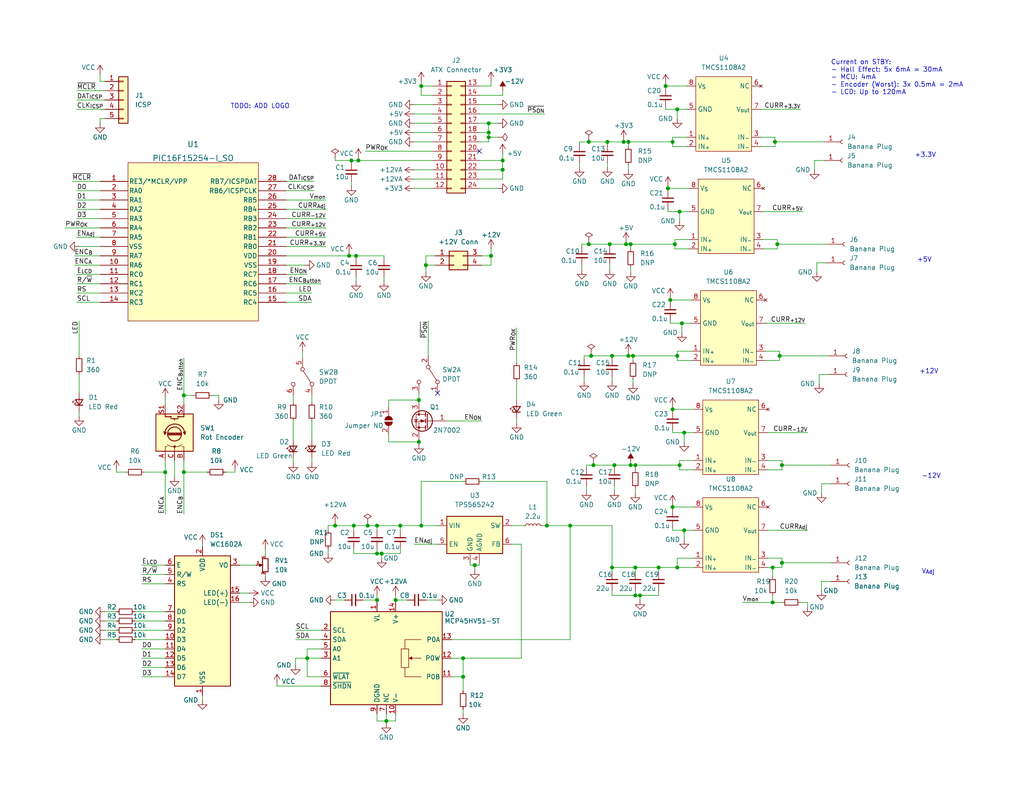
<source format=kicad_sch>
(kicad_sch (version 20211123) (generator eeschema)
  (paper "USLetter")
  (junction (at 114.3 120.65))
  (junction (at 173.355 162.56))
  (junction (at 133.35 36.195))
  (junction (at 137.16 46.355))
  (junction (at 173.355 154.94))
  (junction (at 166.37 66.675))
  (junction (at 105.41 196.85))
  (junction (at 173.355 127))
  (junction (at 212.725 97.155))
  (junction (at 171.45 97.155))
  (junction (at 213.36 153.67))
  (junction (at 212.09 66.675))
  (junction (at 186.69 144.78))
  (junction (at 137.16 43.815))
  (junction (at 107.95 163.83))
  (junction (at 116.205 72.39))
  (junction (at 133.35 37.465))
  (junction (at 97.79 43.815))
  (junction (at 102.87 151.13))
  (junction (at 133.985 69.85))
  (junction (at 172.72 97.155))
  (junction (at 102.87 143.51))
  (junction (at 165.735 38.735))
  (junction (at 50.165 107.95))
  (junction (at 183.515 38.735))
  (junction (at 114.935 143.51))
  (junction (at 179.705 154.94))
  (junction (at 155.575 143.51))
  (junction (at 95.25 69.85))
  (junction (at 149.225 143.51))
  (junction (at 184.785 29.845))
  (junction (at 100.33 143.51))
  (junction (at 91.44 143.51))
  (junction (at 184.785 97.155))
  (junction (at 210.82 164.465))
  (junction (at 174.625 162.56))
  (junction (at 114.3 109.22))
  (junction (at 133.35 33.655))
  (junction (at 211.455 38.735))
  (junction (at 167.64 127))
  (junction (at 172.085 66.675))
  (junction (at 167.005 97.155))
  (junction (at 114.935 23.495))
  (junction (at 160.655 66.675))
  (junction (at 183.515 111.76))
  (junction (at 45.085 128.905))
  (junction (at 102.87 163.83))
  (junction (at 181.61 23.495))
  (junction (at 104.14 151.13))
  (junction (at 184.785 154.94))
  (junction (at 50.165 128.905))
  (junction (at 129.54 154.305))
  (junction (at 210.82 154.94))
  (junction (at 182.88 81.915))
  (junction (at 83.82 179.705))
  (junction (at 96.52 143.51))
  (junction (at 167.005 154.94))
  (junction (at 186.055 88.265))
  (junction (at 184.15 66.675))
  (junction (at 186.69 118.11))
  (junction (at 182.245 51.435))
  (junction (at 126.365 184.785))
  (junction (at 170.815 66.675))
  (junction (at 170.18 38.735))
  (junction (at 213.36 127))
  (junction (at 160.655 38.735))
  (junction (at 95.885 43.815))
  (junction (at 161.29 97.155))
  (junction (at 97.155 69.85))
  (junction (at 161.925 127))
  (junction (at 185.42 127))
  (junction (at 171.45 38.735))
  (junction (at 183.515 138.43))
  (junction (at 109.22 143.51))
  (junction (at 126.365 179.705))
  (junction (at 185.42 57.785))
  (junction (at 172.085 127))
  (no_connect (at 119.38 107.315))
  (no_connect (at 130.81 41.275))
  (wire (pts (xy 83.82 177.165) (xy 87.63 177.165)))
  (wire (pts (xy 133.35 37.465) (xy 135.89 37.465)))
  (wire (pts (xy 182.88 81.915) (xy 188.595 81.915)))
  (wire (pts (xy 174.625 162.56) (xy 174.625 163.83)))
  (wire (pts (xy 212.725 97.155) (xy 226.06 97.155)))
  (wire (pts (xy 212.725 98.425) (xy 212.725 97.155)))
  (wire (pts (xy 171.45 38.735) (xy 171.45 40.005)))
  (wire (pts (xy 213.36 128.27) (xy 213.36 127)))
  (wire (pts (xy 20.955 82.55) (xy 27.305 82.55)))
  (wire (pts (xy 113.03 28.575) (xy 118.11 28.575)))
  (wire (pts (xy 47.625 125.73) (xy 47.625 130.175)))
  (wire (pts (xy 45.085 108.585) (xy 45.085 110.49)))
  (wire (pts (xy 95.25 69.85) (xy 97.155 69.85)))
  (wire (pts (xy 212.09 67.945) (xy 212.09 66.675)))
  (wire (pts (xy 224.155 134.62) (xy 224.155 132.08)))
  (wire (pts (xy 27.305 69.85) (xy 20.32 69.85)))
  (wire (pts (xy 161.925 127) (xy 167.64 127)))
  (wire (pts (xy 185.42 128.27) (xy 185.42 127)))
  (wire (pts (xy 118.11 26.035) (xy 114.935 26.035)))
  (wire (pts (xy 50.165 107.95) (xy 50.165 110.49)))
  (wire (pts (xy 167.005 162.56) (xy 173.355 162.56)))
  (wire (pts (xy 184.785 97.155) (xy 172.72 97.155)))
  (wire (pts (xy 166.37 72.39) (xy 166.37 73.66)))
  (wire (pts (xy 75.565 186.69) (xy 75.565 187.325)))
  (wire (pts (xy 116.84 87.63) (xy 116.84 97.155)))
  (wire (pts (xy 137.16 48.895) (xy 137.16 46.355)))
  (wire (pts (xy 121.92 114.935) (xy 131.445 114.935)))
  (wire (pts (xy 102.87 196.85) (xy 105.41 196.85)))
  (wire (pts (xy 184.785 98.425) (xy 184.785 97.155)))
  (wire (pts (xy 96.52 143.51) (xy 96.52 144.78)))
  (wire (pts (xy 220.345 164.465) (xy 220.345 165.735)))
  (wire (pts (xy 104.14 151.13) (xy 109.22 151.13)))
  (wire (pts (xy 167.005 154.94) (xy 173.355 154.94)))
  (wire (pts (xy 20.955 29.845) (xy 28.575 29.845)))
  (wire (pts (xy 161.29 96.52) (xy 161.29 97.155)))
  (wire (pts (xy 155.575 143.51) (xy 155.575 174.625)))
  (wire (pts (xy 209.55 118.11) (xy 220.345 118.11)))
  (wire (pts (xy 130.81 33.655) (xy 133.35 33.655)))
  (wire (pts (xy 78.105 57.15) (xy 88.9 57.15)))
  (wire (pts (xy 36.83 174.625) (xy 45.085 174.625)))
  (wire (pts (xy 133.35 38.735) (xy 133.35 37.465)))
  (wire (pts (xy 106.045 118.745) (xy 106.045 120.65)))
  (wire (pts (xy 78.105 62.23) (xy 88.9 62.23)))
  (wire (pts (xy 131.445 72.39) (xy 133.985 72.39)))
  (wire (pts (xy 149.225 143.51) (xy 155.575 143.51)))
  (wire (pts (xy 172.72 103.505) (xy 172.72 104.775)))
  (wire (pts (xy 184.15 67.945) (xy 184.15 66.675)))
  (wire (pts (xy 207.645 40.005) (xy 211.455 40.005)))
  (wire (pts (xy 184.785 152.4) (xy 184.785 154.94)))
  (wire (pts (xy 222.885 74.295) (xy 222.885 71.755)))
  (wire (pts (xy 91.44 43.18) (xy 91.44 43.815)))
  (wire (pts (xy 160.655 66.675) (xy 166.37 66.675)))
  (wire (pts (xy 80.645 174.625) (xy 87.63 174.625)))
  (wire (pts (xy 97.155 75.565) (xy 97.155 76.835)))
  (wire (pts (xy 129.54 154.305) (xy 130.81 154.305)))
  (wire (pts (xy 85.09 107.95) (xy 85.09 109.855)))
  (wire (pts (xy 165.735 44.45) (xy 165.735 45.72)))
  (wire (pts (xy 182.245 51.435) (xy 187.96 51.435)))
  (wire (pts (xy 181.61 24.13) (xy 181.61 23.495)))
  (wire (pts (xy 183.515 111.76) (xy 189.23 111.76)))
  (wire (pts (xy 38.735 154.305) (xy 45.085 154.305)))
  (wire (pts (xy 158.115 39.37) (xy 158.115 38.735)))
  (wire (pts (xy 97.155 69.85) (xy 104.775 69.85)))
  (wire (pts (xy 171.45 96.52) (xy 171.45 97.155)))
  (wire (pts (xy 133.985 69.85) (xy 133.985 67.945)))
  (wire (pts (xy 89.535 143.51) (xy 91.44 143.51)))
  (wire (pts (xy 155.575 143.51) (xy 167.005 143.51)))
  (wire (pts (xy 114.3 107.315) (xy 114.3 109.22)))
  (wire (pts (xy 172.085 66.675) (xy 172.085 67.945)))
  (wire (pts (xy 186.055 88.265) (xy 188.595 88.265)))
  (wire (pts (xy 208.28 67.945) (xy 212.09 67.945)))
  (wire (pts (xy 28.575 172.085) (xy 31.75 172.085)))
  (wire (pts (xy 139.7 143.51) (xy 142.875 143.51)))
  (wire (pts (xy 210.82 154.94) (xy 213.36 154.94)))
  (wire (pts (xy 218.44 164.465) (xy 220.345 164.465)))
  (wire (pts (xy 133.985 69.85) (xy 131.445 69.85)))
  (wire (pts (xy 208.28 57.785) (xy 219.075 57.785)))
  (wire (pts (xy 173.355 127) (xy 173.355 128.27)))
  (wire (pts (xy 130.81 36.195) (xy 133.35 36.195)))
  (wire (pts (xy 179.705 162.56) (xy 179.705 161.29)))
  (wire (pts (xy 100.33 142.875) (xy 100.33 143.51)))
  (wire (pts (xy 166.37 66.675) (xy 170.815 66.675)))
  (wire (pts (xy 160.655 66.04) (xy 160.655 66.675)))
  (wire (pts (xy 91.44 143.51) (xy 96.52 143.51)))
  (wire (pts (xy 183.515 38.735) (xy 171.45 38.735)))
  (wire (pts (xy 183.515 117.475) (xy 183.515 118.11)))
  (wire (pts (xy 106.045 109.22) (xy 114.3 109.22)))
  (wire (pts (xy 96.52 143.51) (xy 100.33 143.51)))
  (wire (pts (xy 211.455 40.005) (xy 211.455 38.735)))
  (wire (pts (xy 130.81 154.305) (xy 130.81 153.67)))
  (wire (pts (xy 207.645 29.845) (xy 218.44 29.845)))
  (wire (pts (xy 130.81 31.115) (xy 148.59 31.115)))
  (wire (pts (xy 167.64 132.715) (xy 167.64 133.985)))
  (wire (pts (xy 28.575 169.545) (xy 31.75 169.545)))
  (wire (pts (xy 31.75 128.27) (xy 31.75 128.905)))
  (wire (pts (xy 159.385 102.87) (xy 159.385 104.14)))
  (wire (pts (xy 78.105 59.69) (xy 88.9 59.69)))
  (wire (pts (xy 165.735 38.735) (xy 170.18 38.735)))
  (wire (pts (xy 61.595 128.905) (xy 64.135 128.905)))
  (wire (pts (xy 85.09 114.935) (xy 85.09 120.015)))
  (wire (pts (xy 130.81 48.895) (xy 137.16 48.895)))
  (wire (pts (xy 78.105 74.93) (xy 83.82 74.93)))
  (wire (pts (xy 130.81 38.735) (xy 133.35 38.735)))
  (wire (pts (xy 85.725 52.07) (xy 78.105 52.07)))
  (wire (pts (xy 213.36 154.94) (xy 213.36 153.67)))
  (wire (pts (xy 142.24 148.59) (xy 142.24 179.705)))
  (wire (pts (xy 89.535 143.51) (xy 89.535 144.78)))
  (wire (pts (xy 187.325 37.465) (xy 183.515 37.465)))
  (wire (pts (xy 36.83 169.545) (xy 45.085 169.545)))
  (wire (pts (xy 182.88 81.28) (xy 182.88 81.915)))
  (wire (pts (xy 72.39 156.845) (xy 72.39 157.48)))
  (wire (pts (xy 208.915 98.425) (xy 212.725 98.425)))
  (wire (pts (xy 213.36 153.67) (xy 226.695 153.67)))
  (wire (pts (xy 224.155 158.75) (xy 226.695 158.75)))
  (wire (pts (xy 181.61 23.495) (xy 187.325 23.495)))
  (wire (pts (xy 99.695 41.275) (xy 118.11 41.275)))
  (wire (pts (xy 20.955 80.01) (xy 27.305 80.01)))
  (wire (pts (xy 107.95 162.56) (xy 107.95 163.83)))
  (wire (pts (xy 20.955 64.77) (xy 27.305 64.77)))
  (wire (pts (xy 114.3 120.015) (xy 114.3 120.65)))
  (wire (pts (xy 172.085 66.675) (xy 170.815 66.675)))
  (wire (pts (xy 222.885 71.755) (xy 225.425 71.755)))
  (wire (pts (xy 158.115 44.45) (xy 158.115 45.72)))
  (wire (pts (xy 159.385 97.155) (xy 161.29 97.155)))
  (wire (pts (xy 184.785 29.845) (xy 187.325 29.845)))
  (wire (pts (xy 137.16 43.815) (xy 137.16 41.91)))
  (wire (pts (xy 202.565 164.465) (xy 210.82 164.465)))
  (wire (pts (xy 167.005 97.155) (xy 167.005 97.79)))
  (wire (pts (xy 85.725 49.53) (xy 78.105 49.53)))
  (wire (pts (xy 118.745 69.85) (xy 116.205 69.85)))
  (wire (pts (xy 182.88 87.63) (xy 182.88 88.265)))
  (wire (pts (xy 50.165 125.73) (xy 50.165 128.905)))
  (wire (pts (xy 31.75 128.905) (xy 34.29 128.905)))
  (wire (pts (xy 209.55 128.27) (xy 213.36 128.27)))
  (wire (pts (xy 133.35 36.195) (xy 133.35 33.655)))
  (wire (pts (xy 182.245 52.07) (xy 182.245 51.435)))
  (wire (pts (xy 182.88 88.265) (xy 186.055 88.265)))
  (wire (pts (xy 184.785 32.385) (xy 184.785 29.845)))
  (wire (pts (xy 184.785 154.94) (xy 189.23 154.94)))
  (wire (pts (xy 209.55 152.4) (xy 213.36 152.4)))
  (wire (pts (xy 80.01 125.095) (xy 80.01 126.365)))
  (wire (pts (xy 207.645 37.465) (xy 211.455 37.465)))
  (wire (pts (xy 65.405 161.925) (xy 67.945 161.925)))
  (wire (pts (xy 45.085 125.73) (xy 45.085 128.905)))
  (wire (pts (xy 28.575 32.385) (xy 27.305 32.385)))
  (wire (pts (xy 209.55 144.78) (xy 220.345 144.78)))
  (wire (pts (xy 130.81 46.355) (xy 137.16 46.355)))
  (wire (pts (xy 130.81 23.495) (xy 133.985 23.495)))
  (wire (pts (xy 114.935 23.495) (xy 114.935 22.225)))
  (wire (pts (xy 45.085 128.905) (xy 45.085 140.335)))
  (wire (pts (xy 80.645 172.085) (xy 87.63 172.085)))
  (wire (pts (xy 123.19 179.705) (xy 126.365 179.705)))
  (wire (pts (xy 91.44 43.815) (xy 95.885 43.815)))
  (wire (pts (xy 38.735 179.705) (xy 45.085 179.705)))
  (wire (pts (xy 105.41 196.85) (xy 105.41 197.485)))
  (wire (pts (xy 182.88 82.55) (xy 182.88 81.915)))
  (wire (pts (xy 87.63 187.325) (xy 75.565 187.325)))
  (wire (pts (xy 97.155 69.85) (xy 97.155 70.485)))
  (wire (pts (xy 173.355 154.94) (xy 179.705 154.94)))
  (wire (pts (xy 173.355 162.56) (xy 174.625 162.56)))
  (wire (pts (xy 142.24 148.59) (xy 139.7 148.59)))
  (wire (pts (xy 186.69 144.78) (xy 189.23 144.78)))
  (wire (pts (xy 128.27 154.305) (xy 129.54 154.305)))
  (wire (pts (xy 189.23 128.27) (xy 185.42 128.27)))
  (wire (pts (xy 85.09 125.095) (xy 85.09 126.365)))
  (wire (pts (xy 173.355 127) (xy 172.085 127)))
  (wire (pts (xy 104.14 151.13) (xy 104.14 152.4)))
  (wire (pts (xy 36.83 172.085) (xy 45.085 172.085)))
  (wire (pts (xy 59.69 109.22) (xy 59.69 107.95)))
  (wire (pts (xy 167.005 143.51) (xy 167.005 154.94)))
  (wire (pts (xy 181.61 29.845) (xy 184.785 29.845)))
  (wire (pts (xy 183.515 138.43) (xy 189.23 138.43)))
  (wire (pts (xy 172.72 97.155) (xy 172.72 98.425)))
  (wire (pts (xy 223.52 104.775) (xy 223.52 102.235)))
  (wire (pts (xy 80.645 179.705) (xy 83.82 179.705)))
  (wire (pts (xy 129.54 154.305) (xy 129.54 155.575)))
  (wire (pts (xy 55.245 189.865) (xy 55.245 191.135)))
  (wire (pts (xy 167.005 102.87) (xy 167.005 104.14)))
  (wire (pts (xy 158.75 66.675) (xy 160.655 66.675)))
  (wire (pts (xy 102.87 163.83) (xy 102.87 164.465)))
  (wire (pts (xy 45.085 128.905) (xy 39.37 128.905)))
  (wire (pts (xy 50.165 128.905) (xy 56.515 128.905)))
  (wire (pts (xy 55.245 148.59) (xy 55.245 149.225)))
  (wire (pts (xy 38.735 159.385) (xy 45.085 159.385)))
  (wire (pts (xy 149.225 131.445) (xy 149.225 143.51)))
  (wire (pts (xy 113.03 46.355) (xy 118.11 46.355)))
  (wire (pts (xy 185.42 127) (xy 173.355 127)))
  (wire (pts (xy 95.25 69.215) (xy 95.25 69.85)))
  (wire (pts (xy 187.96 67.945) (xy 184.15 67.945)))
  (wire (pts (xy 183.515 118.11) (xy 186.69 118.11)))
  (wire (pts (xy 167.64 127) (xy 172.085 127)))
  (wire (pts (xy 80.01 114.935) (xy 80.01 120.015)))
  (wire (pts (xy 140.97 104.14) (xy 140.97 109.22)))
  (wire (pts (xy 27.305 72.39) (xy 20.32 72.39)))
  (wire (pts (xy 20.955 59.69) (xy 27.305 59.69)))
  (wire (pts (xy 102.87 143.51) (xy 109.22 143.51)))
  (wire (pts (xy 222.25 46.355) (xy 222.25 43.815)))
  (wire (pts (xy 38.735 156.845) (xy 45.085 156.845)))
  (wire (pts (xy 212.725 95.885) (xy 212.725 97.155)))
  (wire (pts (xy 38.735 177.165) (xy 45.085 177.165)))
  (wire (pts (xy 160.02 132.715) (xy 160.02 133.985)))
  (wire (pts (xy 102.87 149.86) (xy 102.87 151.13)))
  (wire (pts (xy 114.935 131.445) (xy 114.935 143.51)))
  (wire (pts (xy 130.81 26.035) (xy 137.16 26.035)))
  (wire (pts (xy 142.24 179.705) (xy 126.365 179.705)))
  (wire (pts (xy 20.955 24.765) (xy 28.575 24.765)))
  (wire (pts (xy 212.09 65.405) (xy 212.09 66.675)))
  (wire (pts (xy 182.245 57.15) (xy 182.245 57.785)))
  (wire (pts (xy 102.87 194.945) (xy 102.87 196.85)))
  (wire (pts (xy 78.105 64.77) (xy 88.9 64.77)))
  (wire (pts (xy 183.515 37.465) (xy 183.515 38.735)))
  (wire (pts (xy 167.005 154.94) (xy 167.005 156.21)))
  (wire (pts (xy 160.655 38.1) (xy 160.655 38.735)))
  (wire (pts (xy 182.245 50.8) (xy 182.245 51.435)))
  (wire (pts (xy 135.89 28.575) (xy 130.81 28.575)))
  (wire (pts (xy 113.03 36.195) (xy 118.11 36.195)))
  (wire (pts (xy 130.81 43.815) (xy 137.16 43.815)))
  (wire (pts (xy 173.355 161.29) (xy 173.355 162.56)))
  (wire (pts (xy 137.16 46.355) (xy 137.16 43.815)))
  (wire (pts (xy 78.105 54.61) (xy 88.9 54.61)))
  (wire (pts (xy 133.985 72.39) (xy 133.985 69.85)))
  (wire (pts (xy 188.595 95.885) (xy 184.785 95.885)))
  (wire (pts (xy 126.365 193.675) (xy 126.365 194.945)))
  (wire (pts (xy 183.515 40.005) (xy 183.515 38.735)))
  (wire (pts (xy 183.515 137.795) (xy 183.515 138.43)))
  (wire (pts (xy 80.645 181.61) (xy 80.645 179.705)))
  (wire (pts (xy 83.82 184.785) (xy 83.82 179.705)))
  (wire (pts (xy 113.03 31.115) (xy 118.11 31.115)))
  (wire (pts (xy 27.305 20.32) (xy 27.305 22.225)))
  (wire (pts (xy 97.79 43.815) (xy 118.11 43.815)))
  (wire (pts (xy 20.955 52.07) (xy 27.305 52.07)))
  (wire (pts (xy 131.445 131.445) (xy 149.225 131.445)))
  (wire (pts (xy 128.27 153.67) (xy 128.27 154.305)))
  (wire (pts (xy 116.205 72.39) (xy 116.205 74.295)))
  (wire (pts (xy 184.15 65.405) (xy 184.15 66.675)))
  (wire (pts (xy 119.38 163.83) (xy 116.205 163.83)))
  (wire (pts (xy 160.02 127) (xy 161.925 127)))
  (wire (pts (xy 72.39 149.86) (xy 72.39 151.765)))
  (wire (pts (xy 107.95 163.83) (xy 111.125 163.83)))
  (wire (pts (xy 186.69 147.32) (xy 186.69 144.78)))
  (wire (pts (xy 186.69 120.65) (xy 186.69 118.11)))
  (wire (pts (xy 209.55 125.73) (xy 213.36 125.73)))
  (wire (pts (xy 171.45 38.735) (xy 170.18 38.735)))
  (wire (pts (xy 83.82 177.165) (xy 83.82 179.705)))
  (wire (pts (xy 80.01 109.855) (xy 80.01 107.95)))
  (wire (pts (xy 113.03 38.735) (xy 118.11 38.735)))
  (wire (pts (xy 167.005 97.155) (xy 171.45 97.155)))
  (wire (pts (xy 114.935 26.035) (xy 114.935 23.495)))
  (wire (pts (xy 78.105 67.31) (xy 88.9 67.31)))
  (wire (pts (xy 210.82 154.94) (xy 210.82 157.48)))
  (wire (pts (xy 65.405 154.305) (xy 69.85 154.305)))
  (wire (pts (xy 105.41 196.85) (xy 107.95 196.85)))
  (wire (pts (xy 184.15 66.675) (xy 172.085 66.675)))
  (wire (pts (xy 173.355 133.35) (xy 173.355 134.62)))
  (wire (pts (xy 183.515 144.145) (xy 183.515 144.78)))
  (wire (pts (xy 183.515 139.065) (xy 183.515 138.43)))
  (wire (pts (xy 171.45 45.085) (xy 171.45 46.355)))
  (wire (pts (xy 223.52 102.235) (xy 226.06 102.235)))
  (wire (pts (xy 106.045 120.65) (xy 114.3 120.65)))
  (wire (pts (xy 27.305 22.225) (xy 28.575 22.225)))
  (wire (pts (xy 105.41 194.945) (xy 105.41 196.85)))
  (wire (pts (xy 211.455 38.735) (xy 224.79 38.735)))
  (wire (pts (xy 91.44 163.83) (xy 93.98 163.83)))
  (wire (pts (xy 189.23 125.73) (xy 185.42 125.73)))
  (wire (pts (xy 78.105 80.01) (xy 85.09 80.01)))
  (wire (pts (xy 159.385 97.79) (xy 159.385 97.155)))
  (wire (pts (xy 184.785 95.885) (xy 184.785 97.155)))
  (wire (pts (xy 38.735 182.245) (xy 45.085 182.245)))
  (wire (pts (xy 170.815 66.04) (xy 170.815 66.675)))
  (wire (pts (xy 17.78 62.23) (xy 27.305 62.23)))
  (wire (pts (xy 161.29 97.155) (xy 167.005 97.155)))
  (wire (pts (xy 172.085 73.025) (xy 172.085 74.295)))
  (wire (pts (xy 222.25 43.815) (xy 224.79 43.815)))
  (wire (pts (xy 158.75 67.31) (xy 158.75 66.675)))
  (wire (pts (xy 113.03 33.655) (xy 118.11 33.655)))
  (wire (pts (xy 114.935 23.495) (xy 118.11 23.495)))
  (wire (pts (xy 172.085 126.365) (xy 172.085 127)))
  (wire (pts (xy 179.705 154.94) (xy 184.785 154.94)))
  (wire (pts (xy 36.83 167.005) (xy 45.085 167.005)))
  (wire (pts (xy 114.3 120.65) (xy 114.3 121.285)))
  (wire (pts (xy 104.775 75.565) (xy 104.775 76.835)))
  (wire (pts (xy 213.36 127) (xy 226.695 127)))
  (wire (pts (xy 104.775 69.85) (xy 104.775 70.485)))
  (wire (pts (xy 52.705 107.95) (xy 50.165 107.95)))
  (wire (pts (xy 208.915 95.885) (xy 212.725 95.885)))
  (wire (pts (xy 20.955 77.47) (xy 27.305 77.47)))
  (wire (pts (xy 133.35 33.655) (xy 135.89 33.655)))
  (wire (pts (xy 114.935 143.51) (xy 119.38 143.51)))
  (wire (pts (xy 166.37 66.675) (xy 166.37 67.31)))
  (wire (pts (xy 50.165 128.905) (xy 50.165 140.335)))
  (wire (pts (xy 21.59 87.63) (xy 21.59 97.155)))
  (wire (pts (xy 165.735 38.735) (xy 165.735 39.37)))
  (wire (pts (xy 78.105 69.85) (xy 95.25 69.85)))
  (wire (pts (xy 100.33 143.51) (xy 102.87 143.51)))
  (wire (pts (xy 167.005 161.29) (xy 167.005 162.56)))
  (wire (pts (xy 140.97 114.3) (xy 140.97 115.57)))
  (wire (pts (xy 102.87 143.51) (xy 102.87 144.78)))
  (wire (pts (xy 126.365 184.785) (xy 126.365 188.595)))
  (wire (pts (xy 181.61 29.21) (xy 181.61 29.845)))
  (wire (pts (xy 179.705 154.94) (xy 179.705 156.21)))
  (wire (pts (xy 133.35 37.465) (xy 133.35 36.195)))
  (wire (pts (xy 89.535 149.86) (xy 89.535 151.13)))
  (wire (pts (xy 91.44 142.875) (xy 91.44 143.51)))
  (wire (pts (xy 82.55 97.79) (xy 82.55 95.885)))
  (wire (pts (xy 160.02 127.635) (xy 160.02 127)))
  (wire (pts (xy 123.19 174.625) (xy 155.575 174.625)))
  (wire (pts (xy 19.685 49.53) (xy 27.305 49.53)))
  (wire (pts (xy 212.09 66.675) (xy 225.425 66.675)))
  (wire (pts (xy 109.22 144.78) (xy 109.22 143.51)))
  (wire (pts (xy 208.28 65.405) (xy 212.09 65.405)))
  (wire (pts (xy 109.22 143.51) (xy 114.935 143.51)))
  (wire (pts (xy 160.655 38.735) (xy 165.735 38.735)))
  (wire (pts (xy 137.16 26.035) (xy 137.16 24.765)))
  (wire (pts (xy 21.59 67.31) (xy 27.305 67.31)))
  (wire (pts (xy 83.185 72.39) (xy 78.105 72.39)))
  (wire (pts (xy 96.52 151.13) (xy 102.87 151.13)))
  (wire (pts (xy 96.52 149.86) (xy 96.52 151.13)))
  (wire (pts (xy 95.885 43.815) (xy 95.885 44.45)))
  (wire (pts (xy 78.105 82.55) (xy 85.09 82.55)))
  (wire (pts (xy 187.96 65.405) (xy 184.15 65.405)))
  (wire (pts (xy 182.245 57.785) (xy 185.42 57.785)))
  (wire (pts (xy 185.42 60.325) (xy 185.42 57.785)))
  (wire (pts (xy 188.595 98.425) (xy 184.785 98.425)))
  (wire (pts (xy 181.61 22.86) (xy 181.61 23.495)))
  (wire (pts (xy 185.42 125.73) (xy 185.42 127)))
  (wire (pts (xy 65.405 164.465) (xy 67.945 164.465)))
  (wire (pts (xy 183.515 144.78) (xy 186.69 144.78)))
  (wire (pts (xy 213.36 164.465) (xy 210.82 164.465)))
  (wire (pts (xy 172.72 97.155) (xy 171.45 97.155)))
  (wire (pts (xy 186.69 118.11) (xy 189.23 118.11)))
  (wire (pts (xy 113.03 51.435) (xy 118.11 51.435)))
  (wire (pts (xy 97.79 43.18) (xy 97.79 43.815)))
  (wire (pts (xy 95.885 43.815) (xy 97.79 43.815)))
  (wire (pts (xy 173.355 154.94) (xy 173.355 156.21)))
  (wire (pts (xy 189.23 152.4) (xy 184.785 152.4)))
  (wire (pts (xy 21.59 102.235) (xy 21.59 107.315)))
  (wire (pts (xy 20.955 54.61) (xy 27.305 54.61)))
  (wire (pts (xy 170.18 38.1) (xy 170.18 38.735)))
  (wire (pts (xy 158.75 72.39) (xy 158.75 73.66)))
  (wire (pts (xy 78.105 77.47) (xy 87.63 77.47)))
  (wire (pts (xy 187.325 40.005) (xy 183.515 40.005)))
  (wire (pts (xy 38.735 184.785) (xy 45.085 184.785)))
  (wire (pts (xy 213.36 152.4) (xy 213.36 153.67)))
  (wire (pts (xy 109.22 151.13) (xy 109.22 149.86)))
  (wire (pts (xy 116.205 72.39) (xy 118.745 72.39)))
  (wire (pts (xy 27.305 32.385) (xy 27.305 33.655)))
  (wire (pts (xy 113.03 148.59) (xy 119.38 148.59)))
  (wire (pts (xy 158.115 38.735) (xy 160.655 38.735)))
  (wire (pts (xy 99.06 163.83) (xy 102.87 163.83)))
  (wire (pts (xy 20.955 57.15) (xy 27.305 57.15)))
  (wire (pts (xy 83.82 179.705) (xy 87.63 179.705)))
  (wire (pts (xy 213.36 125.73) (xy 213.36 127)))
  (wire (pts (xy 209.55 154.94) (xy 210.82 154.94)))
  (wire (pts (xy 87.63 184.785) (xy 83.82 184.785)))
  (wire (pts (xy 21.59 112.395) (xy 21.59 113.665)))
  (wire (pts (xy 20.955 27.305) (xy 28.575 27.305)))
  (wire (pts (xy 161.925 126.365) (xy 161.925 127)))
  (wire (pts (xy 28.575 167.005) (xy 31.75 167.005)))
  (wire (pts (xy 107.95 196.85) (xy 107.95 194.945)))
  (wire (pts (xy 102.87 162.56) (xy 102.87 163.83)))
  (wire (pts (xy 126.365 184.785) (xy 123.19 184.785)))
  (wire (pts (xy 224.155 132.08) (xy 226.695 132.08)))
  (wire (pts (xy 140.97 89.535) (xy 140.97 99.06)))
  (wire (pts (xy 64.135 128.27) (xy 64.135 128.905)))
  (wire (pts (xy 174.625 162.56) (xy 179.705 162.56)))
  (wire (pts (xy 50.165 97.79) (xy 50.165 107.95)))
  (wire (pts (xy 133.985 23.495) (xy 133.985 22.225)))
  (wire (pts (xy 210.82 164.465) (xy 210.82 162.56)))
  (wire (pts (xy 224.155 161.29) (xy 224.155 158.75)))
  (wire (pts (xy 20.955 74.93) (xy 27.305 74.93)))
  (wire (pts (xy 135.89 51.435) (xy 130.81 51.435)))
  (wire (pts (xy 126.365 131.445) (xy 114.935 131.445)))
  (wire (pts (xy 186.055 90.805) (xy 186.055 88.265)))
  (wire (pts (xy 28.575 174.625) (xy 31.75 174.625)))
  (wire (pts (xy 183.515 111.125) (xy 183.515 111.76)))
  (wire (pts (xy 107.95 163.83) (xy 107.95 164.465)))
  (wire (pts (xy 106.045 109.22) (xy 106.045 111.125)))
  (wire (pts (xy 208.915 88.265) (xy 219.71 88.265)))
  (wire (pts (xy 116.205 69.85) (xy 116.205 72.39)))
  (wire (pts (xy 59.69 107.95) (xy 57.785 107.95)))
  (wire (pts (xy 211.455 37.465) (xy 211.455 38.735)))
  (wire (pts (xy 113.03 48.895) (xy 118.11 48.895)))
  (wire (pts (xy 185.42 57.785) (xy 187.96 57.785)))
  (wire (pts (xy 167.64 127) (xy 167.64 127.635)))
  (wire (pts (xy 114.3 109.22) (xy 114.3 109.855)))
  (wire (pts (xy 95.885 49.53) (xy 95.885 50.8)))
  (wire (pts (xy 126.365 179.705) (xy 126.365 184.785)))
  (wire (pts (xy 147.955 143.51) (xy 149.225 143.51)))
  (wire (pts (xy 102.87 151.13) (xy 104.14 151.13)))
  (wire (pts (xy 183.515 112.395) (xy 183.515 111.76)))
  (text "+12V" (at 250.825 102.235 0) (effects (font (size 1.27 1.27)) (justify left bottom)))
  (text "-12V" (at 251.46 130.81 0) (effects (font (size 1.27 1.27)) (justify left bottom)))
  (text "+3.3V" (at 249.555 43.18 0) (effects (font (size 1.27 1.27)) (justify left bottom)))
  (text "TODO: ADD LOGO" (at 62.865 29.845 0) (effects (font (size 1.27 1.27)) (justify left bottom)))
  (text "V_{Adj}" (at 251.46 156.845 0) (effects (font (size 1.27 1.27)) (justify left bottom)))
  (text "Current on STBY:\n- Hall Effect: 5x 6mA = 30mA\n- MCU: 4mA\n- Encoder (Worst): 3x 0.5mA = 2mA\n- LCD: Up to 120mA" (at 226.695 26.035 0) (effects (font (size 1.27 1.27)) (justify left bottom)))
  (text "+5V" (at 250.19 71.755 0) (effects (font (size 1.27 1.27)) (justify left bottom)))
  (label "R{slash}~{W}" (at 20.955 77.47 0))
  (label "E_{LCD}" (at 20.955 74.93 0))
  (label "EN_{Adj}" (at 20.955 64.77 0))
  (label "CLK_{ICSP}" (at 20.955 29.845 0))
  (label "CURR_{-12V}" (at 88.9 59.69 180))
  (label "E_{LCD}" (at 38.735 154.305 0))
  (label "EN_{ON}" (at 83.82 74.93 180))
  (label "V_{mon}" (at 88.9 54.61 180))
  (label "DAT_{ICSP}" (at 20.955 27.305 0))
  (label "D0" (at 38.735 177.165 0))
  (label "ENC_{B}" (at 20.32 69.85 0))
  (label "V_{mon}" (at 202.565 164.465 0))
  (label "ENC_{Button}" (at 87.63 77.47 180))
  (label "CURR_{+3.3V}" (at 218.44 29.845 180))
  (label "D3" (at 38.735 184.785 0))
  (label "SCL" (at 80.645 172.085 0))
  (label "D0" (at 20.955 52.07 0))
  (label "PWR_{OK}" (at 140.97 89.535 270))
  (label "ENC_{A}" (at 20.32 72.39 0))
  (label "PWR_{OK}" (at 99.695 41.275 0))
  (label "EN_{ON}" (at 131.445 114.935 180))
  (label "EN_{Adj}" (at 113.03 148.59 0))
  (label "R{slash}~{W}" (at 38.735 156.845 0))
  (label "D1" (at 38.735 179.705 0))
  (label "~{MCLR}" (at 19.685 49.53 0))
  (label "ENC_{Button}" (at 50.165 97.79 270))
  (label "LED" (at 21.59 87.63 270))
  (label "CURR_{-12V}" (at 220.345 118.11 180))
  (label "SCL" (at 20.955 82.55 0))
  (label "LED" (at 85.09 80.01 180))
  (label "~{MCLR}" (at 20.955 24.765 0))
  (label "CURR_{+12V}" (at 219.71 88.265 180))
  (label "SDA" (at 85.09 82.55 180))
  (label "D1" (at 20.955 54.61 0))
  (label "CURR_{+5V}" (at 219.075 57.785 180))
  (label "CURR_{Adj}" (at 220.345 144.78 180))
  (label "~{PS_{ON}}" (at 116.84 87.63 270))
  (label "CURR_{+3.3V}" (at 88.9 67.31 180))
  (label "CURR_{Adj}" (at 88.9 57.15 180))
  (label "D2" (at 20.955 57.15 0))
  (label "DAT_{ICSP}" (at 85.725 49.53 180))
  (label "PWR_{OK}" (at 17.78 62.23 0))
  (label "CURR_{+5V}" (at 88.9 64.77 180))
  (label "ENC_{A}" (at 45.085 140.335 90))
  (label "SDA" (at 80.645 174.625 0))
  (label "D3" (at 20.955 59.69 0))
  (label "CURR_{+12V}" (at 88.9 62.23 180))
  (label "~{PS_{ON}}" (at 148.59 31.115 180))
  (label "RS" (at 20.955 80.01 0))
  (label "CLK_{ICSP}" (at 85.725 52.07 180))
  (label "RS" (at 38.735 159.385 0))
  (label "D2" (at 38.735 182.245 0))
  (label "ENC_{B}" (at 50.165 140.335 90))
  (symbol (lib_id "power:GND") (at 186.055 90.805 0) (unit 1)
    (property "Reference" "#PWR084" (effects hide))
    (property "Value" "GND" (at 182.88 90.805 0))
  )
  (symbol (lib_id "power:VCC") (at 182.88 81.28 0) (unit 1)
    (property "Reference" "#PWR079" (effects hide))
    (property "Value" "VCC" (at 179.705 79.375 0))
  )
  (symbol (lib_id "power:GND") (at 222.25 46.355 0) (unit 1)
    (property "Reference" "#PWR088" (effects hide))
    (property "Value" "GND" (at 219.075 46.355 0))
  )
  (symbol (lib_id "power:VCC") (at 181.61 22.86 0) (unit 1)
    (property "Reference" "#PWR077" (effects hide))
    (property "Value" "VCC" (at 178.435 20.955 0))
  )
  (symbol (lib_id "Connector:Conn_01x01_Female") (at 229.87 38.735 0) (unit 1)
    (property "Reference" "J4" (at 231.14 37.4649 0) (effects (justify left)))
    (property "Value" "Banana Plug" (at 231.14 40.0049 0) (effects (justify left)))
    (property "Footprint" "Connector:Banana_Jack_1Pin" (effects hide))
    (property "MFG PN" "-" (effects hide))
  )
  (symbol (lib_id "power:GND") (at 140.97 115.57 0) (unit 1)
    (property "Reference" "#PWR059" (effects hide))
    (property "Value" "GND" (at 140.97 119.38 0))
  )
  (symbol (lib_id "power:VCC") (at 31.75 128.27 0) (unit 1)
    (property "Reference" "#PWR09" (effects hide))
    (property "Value" "VCC" (at 28.575 127.635 0))
  )
  (symbol (lib_id "Device:C_Small") (at 160.02 130.175 0) (unit 1)
    (property "Reference" "C12" (at 155.575 128.905 0) (effects (justify left)))
    (property "Value" "0.1u" (at 154.305 131.445 0) (effects (justify left)))
    (property "Footprint" "Capacitor_SMD:C_0805_2012Metric_Pad1.18x1.45mm_HandSolder" (effects hide))
    (property "MFG PN" "1276-1099-1-ND" (effects hide))
  )
  (symbol (lib_id "Device:LED_Small") (at 21.59 109.855 90) (unit 1)
    (property "Reference" "D1" (at 24.13 108.5214 90) (effects (justify right)))
    (property "Value" "LED Red" (at 24.13 111.0614 90) (effects (justify right)))
    (property "Footprint" "LED_SMD:LED_0603_1608Metric_Pad1.05x0.95mm_HandSolder" (effects hide))
    (property "MFG PN" "3147-B1931USD-20D000814U1930CT-ND" (effects hide))
  )
  (symbol (lib_id "power:GND") (at 185.42 60.325 0) (unit 1)
    (property "Reference" "#PWR083" (effects hide))
    (property "Value" "GND" (at 182.245 60.325 0))
  )
  (symbol (lib_id "power:+12VA") (at 113.03 48.895 90) (unit 1)
    (property "Reference" "#PWR044" (effects hide))
    (property "Value" "+12VA" (at 103.505 48.895 90) (effects (justify right)))
  )
  (symbol (lib_id "Device:C_Small") (at 158.115 41.91 0) (unit 1)
    (property "Reference" "C9" (at 153.67 40.64 0) (effects (justify left)))
    (property "Value" "0.1u" (at 152.4 43.18 0) (effects (justify left)))
    (property "Footprint" "Capacitor_SMD:C_0805_2012Metric_Pad1.18x1.45mm_HandSolder" (effects hide))
    (property "MFG PN" "1276-1099-1-ND" (effects hide))
  )
  (symbol (lib_id "power:GND") (at 220.345 165.735 0) (unit 1)
    (property "Reference" "#PWR087" (effects hide))
    (property "Value" "GND" (at 222.885 165.735 0))
  )
  (symbol (lib_id "Device:C_Small") (at 96.52 147.32 0) (unit 1)
    (property "Reference" "C2" (at 92.71 145.415 0) (effects (justify left)))
    (property "Value" "10u" (at 92.075 149.225 0) (effects (justify left)))
    (property "Footprint" "Capacitor_SMD:C_0805_2012Metric_Pad1.18x1.45mm_HandSolder" (effects hide))
    (property "MFG PN" "1276-2891-1-ND" (effects hide))
  )
  (symbol (lib_id "Connector:Conn_01x01_Female") (at 231.14 97.155 0) (unit 1)
    (property "Reference" "J8" (at 232.41 95.8849 0) (effects (justify left)))
    (property "Value" "Banana Plug" (at 232.41 98.4249 0) (effects (justify left)))
    (property "Footprint" "Connector:Banana_Jack_1Pin" (effects hide))
    (property "MFG PN" "-" (effects hide))
  )
  (symbol (lib_id "power:GND") (at 167.005 104.14 0) (unit 1)
    (property "Reference" "#PWR066" (effects hide))
    (property "Value" "GND" (at 167.005 107.95 0))
  )
  (symbol (lib_id "power:GND") (at 222.885 74.295 0) (unit 1)
    (property "Reference" "#PWR089" (effects hide))
    (property "Value" "GND" (at 219.71 74.295 0))
  )
  (symbol (lib_id "power:GND") (at 80.01 126.365 0) (unit 1)
    (property "Reference" "#PWR021" (effects hide))
    (property "Value" "GND" (at 80.01 130.175 0))
  )
  (symbol (lib_id "power:PWR_FLAG") (at 160.655 38.1 0) (unit 1)
    (property "Reference" "#FLG04" (effects hide))
    (property "Value" "PWR_FLAG" (effects hide))
  )
  (symbol (lib_id "Device:R_Small") (at 171.45 42.545 0) (unit 1)
    (property "Reference" "R15" (at 173.99 41.2749 0) (effects (justify left)))
    (property "Value" "DNP" (at 173.99 43.8149 0) (effects (justify left)))
    (property "Footprint" "Resistor_THT:R_Axial_DIN0309_L9.0mm_D3.2mm_P12.70mm_Horizontal" (effects hide))
    (property "MFG PN" "-" (effects hide))
  )
  (symbol (lib_id "power:VCC") (at 182.245 50.8 0) (unit 1)
    (property "Reference" "#PWR078" (effects hide))
    (property "Value" "VCC" (at 179.07 48.895 0))
  )
  (symbol (lib_id "power:VCC") (at 183.515 137.795 0) (unit 1)
    (property "Reference" "#PWR081" (effects hide))
    (property "Value" "VCC" (at 180.34 135.89 0))
  )
  (symbol (lib_id "power:GND") (at 116.205 74.295 0) (unit 1)
    (property "Reference" "#PWR048" (effects hide))
    (property "Value" "GND" (at 116.205 78.105 0))
  )
  (symbol (lib_id "Device:R_Small") (at 210.82 160.02 0) (mirror y) (unit 1)
    (property "Reference" "R19" (at 206.375 158.75 0) (effects (justify right)))
    (property "Value" "10k" (at 205.74 161.29 0) (effects (justify right)))
    (property "Footprint" "Resistor_SMD:R_0805_2012Metric_Pad1.20x1.40mm_HandSolder" (effects hide))
    (property "MFG PN" "RMCF0805FT10K0CT-ND" (effects hide))
  )
  (symbol (lib_id "power:GND") (at 158.75 73.66 0) (unit 1)
    (property "Reference" "#PWR061" (effects hide))
    (property "Value" "GND" (at 158.75 77.47 0))
  )
  (symbol (lib_id "power:VCC") (at 102.87 162.56 0) (mirror y) (unit 1)
    (property "Reference" "#PWR033" (effects hide))
    (property "Value" "VCC" (at 102.87 158.75 0))
  )
  (symbol (lib_id "Device:C_Small") (at 182.245 54.61 0) (unit 1)
    (property "Reference" "C21" (at 177.165 52.705 0) (effects (justify left)))
    (property "Value" "0.1u" (at 177.165 56.515 0) (effects (justify left)))
    (property "Footprint" "Capacitor_SMD:C_0805_2012Metric_Pad1.18x1.45mm_HandSolder" (effects hide))
    (property "MFG PN" "1276-1099-1-ND" (effects hide))
  )
  (symbol (lib_id "Device:R_Small") (at 126.365 191.135 0) (unit 1)
    (property "Reference" "R12" (at 132.08 189.865 0) (effects (justify right)))
    (property "Value" "10k" (at 131.445 192.405 0) (effects (justify right)))
    (property "Footprint" "Resistor_SMD:R_0805_2012Metric_Pad1.20x1.40mm_HandSolder" (effects hide))
    (property "MFG PN" "RMCF0805FT10K0CT-ND" (effects hide))
  )
  (symbol (lib_id "Potentiometer_Digital:MCP45HV51-ST") (at 105.41 179.705 0) (unit 1)
    (property "Reference" "U2" (at 121.285 167.64 0) (effects (justify left)))
    (property "Value" "MCP45HV51-ST" (at 121.285 169.545 0) (effects (justify left)))
    (property "Footprint" "Package_SO:TSSOP-14_4.4x5mm_P0.65mm" (effects hide))
    (property "Datasheet" "http://ww1.microchip.com/downloads/en/DeviceDoc/20005304A.pdf" (effects hide))
    (property "MFG PN" "MCP45HV51-104E/ST-ND" (effects hide))
  )
  (symbol (lib_id "Device:RotaryEncoder_Switch") (at 47.625 118.11 90) (unit 1)
    (property "Reference" "SW1" (at 54.61 116.8399 90) (effects (justify right)))
    (property "Value" "Rot Encoder" (at 54.61 119.3799 90) (effects (justify right)))
    (property "Footprint" "Rotary_Encoder:RotaryEncoder_Alps_EC12E-Switch_Vertical_H20mm" (effects hide))
    (property "MFG PN" "PEC12R-4130F-S0012-ND" (effects hide))
  )
  (symbol (lib_id "power:GND") (at 135.89 33.655 90) (mirror x) (unit 1)
    (property "Reference" "#PWR055" (effects hide))
    (property "Value" "GND" (at 140.97 33.655 90))
  )
  (symbol (lib_id "Device:C_Small") (at 179.705 158.75 0) (unit 1)
    (property "Reference" "C19" (at 175.895 156.845 0) (effects (justify left)))
    (property "Value" "22u" (at 175.26 160.655 0) (effects (justify left)))
    (property "Footprint" "Capacitor_SMD:C_0805_2012Metric_Pad1.18x1.45mm_HandSolder" (effects hide))
    (property "MFG PN" "1276-CL21A226MAYNNNECT-ND" (effects hide))
  )
  (symbol (lib_id "Device:R_Small") (at 34.29 172.085 90) (unit 1)
    (property "Reference" "R4" (at 30.48 170.815 90))
    (property "Value" "10k" (at 38.1 170.815 90))
    (property "Footprint" "Resistor_SMD:R_0805_2012Metric_Pad1.20x1.40mm_HandSolder" (effects hide))
    (property "MFG PN" "RMCF0805FT10K0CT-ND" (effects hide))
  )
  (symbol (lib_id "power:VCC") (at 27.305 20.32 0) (unit 1)
    (property "Reference" "#PWR03" (effects hide))
    (property "Value" "VCC" (at 24.13 18.415 0))
  )
  (symbol (lib_id "power:GND") (at 184.785 32.385 0) (unit 1)
    (property "Reference" "#PWR082" (effects hide))
    (property "Value" "GND" (at 181.61 32.385 0))
  )
  (symbol (lib_id "power:GND") (at 80.645 181.61 0) (unit 1)
    (property "Reference" "#PWR022" (effects hide))
    (property "Value" "GND" (at 77.47 181.61 0))
  )
  (symbol (lib_id "Device:C_Small") (at 173.355 158.75 0) (unit 1)
    (property "Reference" "C18" (at 169.545 156.845 0) (effects (justify left)))
    (property "Value" "22u" (at 168.91 160.655 0) (effects (justify left)))
    (property "Footprint" "Capacitor_SMD:C_0805_2012Metric_Pad1.18x1.45mm_HandSolder" (effects hide))
    (property "MFG PN" "1276-CL21A226MAYNNNECT-ND" (effects hide))
  )
  (symbol (lib_id "power:PWR_FLAG") (at 135.89 37.465 270) (unit 1)
    (property "Reference" "#FLG03" (effects hide))
    (property "Value" "PWR_FLAG" (effects hide))
  )
  (symbol (lib_id "Device:C_Small") (at 97.155 73.025 0) (unit 1)
    (property "Reference" "C4" (at 92.71 71.755 0) (effects (justify left)))
    (property "Value" "0.1u" (at 91.44 74.295 0) (effects (justify left)))
    (property "Footprint" "Capacitor_SMD:C_0805_2012Metric_Pad1.18x1.45mm_HandSolder" (effects hide))
    (property "MFG PN" "1276-1099-1-ND" (effects hide))
  )
  (symbol (lib_id "power:GND") (at 224.155 134.62 0) (unit 1)
    (property "Reference" "#PWR091" (effects hide))
    (property "Value" "GND" (at 220.98 134.62 0))
  )
  (symbol (lib_id "Device:R_Small") (at 80.01 112.395 0) (unit 1)
    (property "Reference" "R9" (at 75.565 111.125 0) (effects (justify left)))
    (property "Value" "360" (at 74.93 113.665 0) (effects (justify left)))
    (property "Footprint" "Resistor_SMD:R_0805_2012Metric_Pad1.20x1.40mm_HandSolder" (effects hide))
    (property "MFG PN" "738-RMCF0805FT360RCT-ND" (effects hide))
  )
  (symbol (lib_id "power:GND") (at 83.185 72.39 90) (mirror x) (unit 1)
    (property "Reference" "#PWR024" (effects hide))
    (property "Value" "GND" (at 88.265 72.39 90))
  )
  (symbol (lib_id "power:GND") (at 167.64 133.985 0) (unit 1)
    (property "Reference" "#PWR067" (effects hide))
    (property "Value" "GND" (at 167.64 137.795 0))
  )
  (symbol (lib_id "Device:C_Small") (at 167.005 158.75 0) (unit 1)
    (property "Reference" "C16" (at 163.195 156.845 0) (effects (justify left)))
    (property "Value" "22u" (at 162.56 160.655 0) (effects (justify left)))
    (property "Footprint" "Capacitor_SMD:C_0805_2012Metric_Pad1.18x1.45mm_HandSolder" (effects hide))
    (property "MFG PN" "1276-CL21A226MAYNNNECT-ND" (effects hide))
  )
  (symbol (lib_id "Device:R_Small") (at 21.59 99.695 0) (unit 1)
    (property "Reference" "R1" (at 23.495 98.4249 0) (effects (justify left)))
    (property "Value" "360" (at 23.495 100.9649 0) (effects (justify left)))
    (property "Footprint" "Resistor_SMD:R_0805_2012Metric_Pad1.20x1.40mm_HandSolder" (effects hide))
    (property "MFG PN" "738-RMCF0805FT360RCT-ND" (effects hide))
  )
  (symbol (lib_id "power:VCC") (at 72.39 149.86 0) (unit 1)
    (property "Reference" "#PWR018" (effects hide))
    (property "Value" "VCC" (at 75.565 148.59 0))
  )
  (symbol (lib_id "psu_front_end:TMCS1108A2") (at 199.39 119.38 0) (unit 1)
    (property "Reference" "U7" (at 199.39 104.14 0))
    (property "Value" "TMCS1108A2" (at 199.39 106.68 0))
    (property "Footprint" "psu_front_end:SOIC-8-Wider" (effects hide))
    (property "MFG PN" "296-TMCS1108A2BQDTCT-ND" (effects hide))
  )
  (symbol (lib_id "power:GND") (at 104.775 76.835 0) (unit 1)
    (property "Reference" "#PWR035" (effects hide))
    (property "Value" "GND" (at 104.775 80.645 0))
  )
  (symbol (lib_id "power:+5V") (at 113.03 36.195 90) (mirror x) (unit 1)
    (property "Reference" "#PWR041" (effects hide))
    (property "Value" "+5V" (at 107.95 36.195 90))
  )
  (symbol (lib_id "Device:R_Small") (at 128.905 131.445 270) (unit 1)
    (property "Reference" "R13" (at 131.445 130.175 90) (effects (justify left)))
    (property "Value" "DNP" (at 122.555 130.175 90) (effects (justify left)))
    (property "Footprint" "Resistor_THT:R_Axial_DIN0309_L9.0mm_D3.2mm_P12.70mm_Horizontal" (effects hide))
    (property "MFG PN" "-" (effects hide))
  )
  (symbol (lib_id "power:VCC") (at 55.245 148.59 0) (unit 1)
    (property "Reference" "#PWR012" (effects hide))
    (property "Value" "VCC" (at 52.07 146.685 0))
  )
  (symbol (lib_id "power:+12V") (at 171.45 96.52 0) (unit 1)
    (property "Reference" "#PWR071" (effects hide))
    (property "Value" "+12V" (at 171.45 92.71 0))
  )
  (symbol (lib_id "power:PWR_FLAG") (at 161.925 126.365 0) (unit 1)
    (property "Reference" "#FLG07" (effects hide))
    (property "Value" "PWR_FLAG" (effects hide))
  )
  (symbol (lib_id "power:GND") (at 21.59 113.665 0) (unit 1)
    (property "Reference" "#PWR02" (effects hide))
    (property "Value" "GND" (at 21.59 117.475 0))
  )
  (symbol (lib_id "Device:C_Small") (at 165.735 41.91 0) (unit 1)
    (property "Reference" "C13" (at 161.29 40.64 0) (effects (justify left)))
    (property "Value" "10u" (at 161.29 43.18 0) (effects (justify left)))
    (property "Footprint" "Capacitor_SMD:C_0805_2012Metric_Pad1.18x1.45mm_HandSolder" (effects hide))
    (property "MFG PN" "1276-2891-1-ND" (effects hide))
  )
  (symbol (lib_id "power:PWR_FLAG") (at 100.33 142.875 0) (unit 1)
    (property "Reference" "#FLG02" (effects hide))
    (property "Value" "PWR_FLAG" (effects hide))
  )
  (symbol (lib_id "Device:R_Small") (at 140.97 101.6 0) (unit 1)
    (property "Reference" "R14" (at 142.875 100.3299 0) (effects (justify left)))
    (property "Value" "360" (at 142.875 102.8699 0) (effects (justify left)))
    (property "Footprint" "Resistor_SMD:R_0805_2012Metric_Pad1.20x1.40mm_HandSolder" (effects hide))
    (property "MFG PN" "738-RMCF0805FT360RCT-ND" (effects hide))
  )
  (symbol (lib_id "Display_Character:WC1602A") (at 55.245 169.545 0) (unit 1)
    (property "Reference" "DS1" (at 57.2644 146.05 0) (effects (justify left)))
    (property "Value" "WC1602A" (at 57.2644 148.59 0) (effects (justify left)))
    (property "Footprint" "Display:WC1602A" (effects hide))
    (property "Datasheet" "http://www.wincomlcd.com/pdf/WC1602A-SFYLYHTC06.pdf" (effects hide))
    (property "MFG PN" "4411-CN0293-ND" (effects hide))
  )
  (symbol (lib_id "Transistor_FET:2N7002") (at 116.84 114.935 0) (mirror y) (unit 1)
    (property "Reference" "Q1" (at 120.015 111.125 0) (effects (justify left)))
    (property "Value" "2N7002" (at 125.73 117.475 0) (effects (justify left)))
    (property "Footprint" "Package_TO_SOT_SMD:SOT-23" (effects hide))
    (property "Datasheet" "https://www.onsemi.com/pub/Collateral/NDS7002A-D.PDF" (effects hide))
    (property "MFG PN" "1727-8643-1-ND" (effects hide))
  )
  (symbol (lib_id "power:GND") (at 160.02 133.985 0) (unit 1)
    (property "Reference" "#PWR063" (effects hide))
    (property "Value" "GND" (at 160.02 137.795 0))
  )
  (symbol (lib_id "Device:LED_Small") (at 140.97 111.76 90) (unit 1)
    (property "Reference" "D4" (at 143.51 110.4264 90) (effects (justify right)))
    (property "Value" "LED Green" (at 143.51 112.9664 90) (effects (justify right)))
    (property "Footprint" "LED_SMD:LED_0603_1608Metric_Pad1.05x0.95mm_HandSolder" (effects hide))
    (property "MFG PN" "3147-B1931NG--20D001114U1930CT-ND" (effects hide))
  )
  (symbol (lib_id "power:GND") (at 55.245 191.135 0) (unit 1)
    (property "Reference" "#PWR013" (effects hide))
    (property "Value" "GND" (at 52.07 191.135 0))
  )
  (symbol (lib_id "power:GND") (at 91.44 163.83 270) (mirror x) (unit 1)
    (property "Reference" "#PWR028" (effects hide))
    (property "Value" "GND" (at 86.36 163.83 90))
  )
  (symbol (lib_id "power:GND") (at 113.03 33.655 270) (unit 1)
    (property "Reference" "#PWR040" (effects hide))
    (property "Value" "GND" (at 107.95 33.655 90))
  )
  (symbol (lib_id "Connector:Conn_01x01_Female") (at 231.14 102.235 0) (unit 1)
    (property "Reference" "J9" (at 232.41 100.9649 0) (effects (justify left)))
    (property "Value" "Banana Plug" (at 232.41 103.5049 0) (effects (justify left)))
    (property "Footprint" "Connector:Banana_Jack_1Pin" (effects hide))
    (property "MFG PN" "-" (effects hide))
  )
  (symbol (lib_id "Connector:Conn_01x01_Female") (at 230.505 66.675 0) (unit 1)
    (property "Reference" "J6" (at 231.775 65.4049 0) (effects (justify left)))
    (property "Value" "Banana Plug" (at 231.775 67.9449 0) (effects (justify left)))
    (property "Footprint" "Connector:Banana_Jack_1Pin" (effects hide))
    (property "MFG PN" "-" (effects hide))
  )
  (symbol (lib_id "power:GND") (at 119.38 163.83 90) (unit 1)
    (property "Reference" "#PWR049" (effects hide))
    (property "Value" "GND" (at 124.46 163.83 90))
  )
  (symbol (lib_id "power:+5V") (at 170.815 66.04 0) (unit 1)
    (property "Reference" "#PWR069" (effects hide))
    (property "Value" "+5V" (at 170.815 62.23 0))
  )
  (symbol (lib_id "power:GND") (at 89.535 151.13 0) (unit 1)
    (property "Reference" "#PWR026" (effects hide))
    (property "Value" "GND" (at 86.36 151.13 0))
  )
  (symbol (lib_id "power:GND") (at 158.115 45.72 0) (unit 1)
    (property "Reference" "#PWR060" (effects hide))
    (property "Value" "GND" (at 158.115 49.53 0))
  )
  (symbol (lib_id "power:+12VA") (at 113.03 46.355 90) (unit 1)
    (property "Reference" "#PWR043" (effects hide))
    (property "Value" "+12VA" (at 103.505 46.355 90) (effects (justify right)))
  )
  (symbol (lib_id "Device:C_Small") (at 158.75 69.85 0) (unit 1)
    (property "Reference" "C10" (at 154.305 68.58 0) (effects (justify left)))
    (property "Value" "0.1u" (at 153.035 71.12 0) (effects (justify left)))
    (property "Footprint" "Capacitor_SMD:C_0805_2012Metric_Pad1.18x1.45mm_HandSolder" (effects hide))
    (property "MFG PN" "1276-1099-1-ND" (effects hide))
  )
  (symbol (lib_id "Connector_Generic:Conn_01x05") (at 33.655 27.305 0) (unit 1)
    (property "Reference" "J1" (at 36.83 26.0349 0) (effects (justify left)))
    (property "Value" "ICSP" (at 36.83 28.5749 0) (effects (justify left)))
    (property "Footprint" "Connector_PinHeader_2.54mm:PinHeader_1x05_P2.54mm_Vertical" (effects hide))
    (property "MFG PN" "-" (effects hide))
  )
  (symbol (lib_id "Device:R_Small") (at 34.29 174.625 90) (unit 1)
    (property "Reference" "R5" (at 30.48 173.355 90))
    (property "Value" "10k" (at 38.1 173.355 90))
    (property "Footprint" "Resistor_SMD:R_0805_2012Metric_Pad1.20x1.40mm_HandSolder" (effects hide))
    (property "MFG PN" "RMCF0805FT10K0CT-ND" (effects hide))
  )
  (symbol (lib_id "Connector:Conn_01x01_Female") (at 230.505 71.755 0) (unit 1)
    (property "Reference" "J7" (at 231.775 70.4849 0) (effects (justify left)))
    (property "Value" "Banana Plug" (at 231.775 73.0249 0) (effects (justify left)))
    (property "Footprint" "Connector:Banana_Jack_1Pin" (effects hide))
    (property "MFG PN" "-" (effects hide))
  )
  (symbol (lib_id "power:GND") (at 223.52 104.775 0) (unit 1)
    (property "Reference" "#PWR090" (effects hide))
    (property "Value" "GND" (at 220.345 104.775 0))
  )
  (symbol (lib_id "Device:R_Small") (at 34.29 167.005 90) (unit 1)
    (property "Reference" "R2" (at 30.48 165.735 90))
    (property "Value" "10k" (at 38.1 165.735 90))
    (property "Footprint" "Resistor_SMD:R_0805_2012Metric_Pad1.20x1.40mm_HandSolder" (effects hide))
    (property "MFG PN" "RMCF0805FT10K0CT-ND" (effects hide))
  )
  (symbol (lib_id "power:GND") (at 59.69 109.22 0) (unit 1)
    (property "Reference" "#PWR014" (effects hide))
    (property "Value" "GND" (at 62.865 109.22 0))
  )
  (symbol (lib_id "power:GND") (at 28.575 172.085 270) (mirror x) (unit 1)
    (property "Reference" "#PWR07" (effects hide))
    (property "Value" "GND" (at 23.495 172.085 90))
  )
  (symbol (lib_id "power:GND") (at 28.575 167.005 270) (mirror x) (unit 1)
    (property "Reference" "#PWR05" (effects hide))
    (property "Value" "GND" (at 23.495 167.005 90))
  )
  (symbol (lib_id "power:GND") (at 97.155 76.835 0) (unit 1)
    (property "Reference" "#PWR031" (effects hide))
    (property "Value" "GND" (at 97.155 80.645 0))
  )
  (symbol (lib_id "power:GND") (at 105.41 197.485 0) (unit 1)
    (property "Reference" "#PWR036" (effects hide))
    (property "Value" "GND" (at 105.41 201.295 0))
  )
  (symbol (lib_id "Device:R_Small") (at 34.29 169.545 90) (unit 1)
    (property "Reference" "R3" (at 30.48 168.275 90))
    (property "Value" "10k" (at 38.1 168.275 90))
    (property "Footprint" "Resistor_SMD:R_0805_2012Metric_Pad1.20x1.40mm_HandSolder" (effects hide))
    (property "MFG PN" "RMCF0805FT10K0CT-ND" (effects hide))
  )
  (symbol (lib_id "Device:C_Small") (at 166.37 69.85 0) (unit 1)
    (property "Reference" "C14" (at 161.925 68.58 0) (effects (justify left)))
    (property "Value" "10u" (at 161.925 71.12 0) (effects (justify left)))
    (property "Footprint" "Capacitor_SMD:C_0805_2012Metric_Pad1.18x1.45mm_HandSolder" (effects hide))
    (property "MFG PN" "1276-2891-1-ND" (effects hide))
  )
  (symbol (lib_id "power:GND") (at 186.69 120.65 0) (unit 1)
    (property "Reference" "#PWR085" (effects hide))
    (property "Value" "GND" (at 183.515 120.65 0))
  )
  (symbol (lib_id "Device:C_Small") (at 104.775 73.025 0) (unit 1)
    (property "Reference" "C6" (at 100.33 71.755 0) (effects (justify left)))
    (property "Value" "10u" (at 99.695 74.295 0) (effects (justify left)))
    (property "Footprint" "Capacitor_SMD:C_0805_2012Metric_Pad1.18x1.45mm_HandSolder" (effects hide))
    (property "MFG PN" "1276-2891-1-ND" (effects hide))
  )
  (symbol (lib_id "Device:C_Small") (at 95.885 46.99 0) (unit 1)
    (property "Reference" "C1" (at 91.44 45.72 0) (effects (justify left)))
    (property "Value" "10u" (at 91.44 48.26 0) (effects (justify left)))
    (property "Footprint" "Capacitor_SMD:C_0805_2012Metric_Pad1.18x1.45mm_HandSolder" (effects hide))
    (property "MFG PN" "1276-2891-1-ND" (effects hide))
  )
  (symbol (lib_id "power:+3V3") (at 114.935 22.225 0) (unit 1)
    (property "Reference" "#PWR047" (effects hide))
    (property "Value" "+3V3" (at 111.125 22.225 0))
  )
  (symbol (lib_id "power:GND") (at 159.385 104.14 0) (unit 1)
    (property "Reference" "#PWR062" (effects hide))
    (property "Value" "GND" (at 159.385 107.95 0))
  )
  (symbol (lib_id "power:+3V3") (at 133.985 22.225 0) (mirror y) (unit 1)
    (property "Reference" "#PWR052" (effects hide))
    (property "Value" "+3V3" (at 137.16 19.05 0))
  )
  (symbol (lib_id "Device:C_Small") (at 167.005 100.33 0) (unit 1)
    (property "Reference" "C15" (at 162.56 99.06 0) (effects (justify left)))
    (property "Value" "10u" (at 162.56 101.6 0) (effects (justify left)))
    (property "Footprint" "Capacitor_SMD:C_0805_2012Metric_Pad1.18x1.45mm_HandSolder" (effects hide))
    (property "MFG PN" "1276-2891-1-ND" (effects hide))
  )
  (symbol (lib_id "Device:C_Small") (at 102.87 147.32 0) (unit 1)
    (property "Reference" "C5" (at 99.06 145.415 0) (effects (justify left)))
    (property "Value" "10u" (at 98.425 149.225 0) (effects (justify left)))
    (property "Footprint" "Capacitor_SMD:C_0805_2012Metric_Pad1.18x1.45mm_HandSolder" (effects hide))
    (property "MFG PN" "1276-2891-1-ND" (effects hide))
  )
  (symbol (lib_id "Device:LED_Small") (at 85.09 122.555 90) (unit 1)
    (property "Reference" "D3" (at 87.63 121.2214 90) (effects (justify right)))
    (property "Value" "LED Red" (at 87.63 123.7614 90) (effects (justify right)))
    (property "Footprint" "LED_SMD:LED_0603_1608Metric_Pad1.05x0.95mm_HandSolder" (effects hide))
    (property "MFG PN" "3147-B1931USD-20D000814U1930CT-ND" (effects hide))
  )
  (symbol (lib_id "power:GND") (at 126.365 194.945 0) (mirror y) (unit 1)
    (property "Reference" "#PWR050" (effects hide))
    (property "Value" "GND" (at 126.365 198.755 0))
  )
  (symbol (lib_id "power:GND") (at 95.885 50.8 0) (unit 1)
    (property "Reference" "#PWR030" (effects hide))
    (property "Value" "GND" (at 95.885 54.61 0))
  )
  (symbol (lib_id "power:GND") (at 85.09 126.365 0) (unit 1)
    (property "Reference" "#PWR025" (effects hide))
    (property "Value" "GND" (at 85.09 130.175 0))
  )
  (symbol (lib_id "power:GND") (at 135.89 28.575 90) (mirror x) (unit 1)
    (property "Reference" "#PWR054" (effects hide))
    (property "Value" "GND" (at 140.97 28.575 90))
  )
  (symbol (lib_id "power:GND") (at 28.575 169.545 270) (mirror x) (unit 1)
    (property "Reference" "#PWR06" (effects hide))
    (property "Value" "GND" (at 23.495 169.545 90))
  )
  (symbol (lib_id "Device:R_Small") (at 89.535 147.32 0) (unit 1)
    (property "Reference" "R11" (at 85.725 145.415 0) (effects (justify left)))
    (property "Value" "DNP" (at 84.455 147.955 0) (effects (justify left)))
    (property "Footprint" "Resistor_THT:R_Axial_DIN0309_L9.0mm_D3.2mm_P12.70mm_Horizontal" (effects hide))
    (property "MFG PN" "-" (effects hide))
  )
  (symbol (lib_id "Jumper:SolderJumper_2_Open") (at 106.045 114.935 270) (unit 1)
    (property "Reference" "JP1" (at 100.965 113.03 90) (effects (justify left)))
    (property "Value" "Jumper NO" (at 93.98 116.205 90) (effects (justify left)))
    (property "Footprint" "Jumper:SolderJumper-2_P1.3mm_Open_RoundedPad1.0x1.5mm" (effects hide))
    (property "MFG PN" "-" (effects hide))
  )
  (symbol (lib_id "power:GND") (at 135.89 51.435 90) (mirror x) (unit 1)
    (property "Reference" "#PWR056" (effects hide))
    (property "Value" "GND" (at 140.97 51.435 90))
  )
  (symbol (lib_id "power:GND") (at 21.59 67.31 270) (unit 1)
    (property "Reference" "#PWR01" (effects hide))
    (property "Value" "GND" (at 16.51 67.31 90))
  )
  (symbol (lib_id "power:GND") (at 104.14 152.4 0) (unit 1)
    (property "Reference" "#PWR034" (effects hide))
    (property "Value" "GND" (at 106.68 152.4 0))
  )
  (symbol (lib_id "power:+5V") (at 113.03 31.115 90) (mirror x) (unit 1)
    (property "Reference" "#PWR039" (effects hide))
    (property "Value" "+5V" (at 107.95 31.115 90))
  )
  (symbol (lib_id "Connector:Conn_01x01_Female") (at 231.775 132.08 0) (unit 1)
    (property "Reference" "J11" (at 233.045 130.8099 0) (effects (justify left)))
    (property "Value" "Banana Plug" (at 233.045 133.3499 0) (effects (justify left)))
    (property "Footprint" "Connector:Banana_Jack_1Pin" (effects hide))
    (property "MFG PN" "-" (effects hide))
  )
  (symbol (lib_id "power:VCC") (at 75.565 186.69 0) (mirror y) (unit 1)
    (property "Reference" "#PWR020" (effects hide))
    (property "Value" "VCC" (at 78.74 186.055 0))
  )
  (symbol (lib_id "power:GND") (at 166.37 73.66 0) (unit 1)
    (property "Reference" "#PWR065" (effects hide))
    (property "Value" "GND" (at 166.37 77.47 0))
  )
  (symbol (lib_id "power:-12V") (at 172.085 126.365 0) (unit 1)
    (property "Reference" "#PWR073" (effects hide))
    (property "Value" "-12V" (at 172.085 122.555 0))
  )
  (symbol (lib_id "power:GND") (at 173.355 134.62 0) (unit 1)
    (property "Reference" "#PWR075" (effects hide))
    (property "Value" "GND" (at 173.355 138.43 0))
  )
  (symbol (lib_id "Connector:Conn_01x01_Female") (at 231.775 158.75 0) (unit 1)
    (property "Reference" "J13" (at 233.045 157.4799 0) (effects (justify left)))
    (property "Value" "Banana Plug" (at 233.045 160.0199 0) (effects (justify left)))
    (property "Footprint" "Connector:Banana_Jack_1Pin" (effects hide))
    (property "MFG PN" "-" (effects hide))
  )
  (symbol (lib_id "Device:R_Potentiometer_Small") (at 72.39 154.305 0) (mirror y) (unit 1)
    (property "Reference" "RV1" (at 74.93 153.0349 0) (effects (justify right)))
    (property "Value" "10k" (at 74.93 155.5749 0) (effects (justify right)))
    (property "Footprint" "psu_front_end:TrimPot" (effects hide))
    (property "MFG PN" "119-06TR4DA103CP-ND" (effects hide))
  )
  (symbol (lib_id "Device:C_Small") (at 96.52 163.83 90) (unit 1)
    (property "Reference" "C3" (at 94.615 162.56 90) (effects (justify left)))
    (property "Value" "0.1u" (at 102.235 162.56 90) (effects (justify left)))
    (property "Footprint" "Capacitor_SMD:C_0805_2012Metric_Pad1.18x1.45mm_HandSolder" (effects hide))
    (property "MFG PN" "1276-1099-1-ND" (effects hide))
  )
  (symbol (lib_id "Device:C_Small") (at 182.88 85.09 0) (unit 1)
    (property "Reference" "C22" (at 177.8 83.185 0) (effects (justify left)))
    (property "Value" "0.1u" (at 177.8 86.995 0) (effects (justify left)))
    (property "Footprint" "Capacitor_SMD:C_0805_2012Metric_Pad1.18x1.45mm_HandSolder" (effects hide))
    (property "MFG PN" "1276-1099-1-ND" (effects hide))
  )
  (symbol (lib_id "power:VCC") (at 183.515 111.125 0) (unit 1)
    (property "Reference" "#PWR080" (effects hide))
    (property "Value" "VCC" (at 180.34 109.22 0))
  )
  (symbol (lib_id "power:GND") (at 67.945 164.465 90) (unit 1)
    (property "Reference" "#PWR017" (effects hide))
    (property "Value" "GND" (at 73.025 164.465 90))
  )
  (symbol (lib_id "Device:R_Small") (at 172.72 100.965 0) (unit 1)
    (property "Reference" "R17" (at 175.26 99.6949 0) (effects (justify left)))
    (property "Value" "DNP" (at 175.26 102.2349 0) (effects (justify left)))
    (property "Footprint" "Resistor_THT:R_Axial_DIN0309_L9.0mm_D3.2mm_P12.70mm_Horizontal" (effects hide))
    (property "MFG PN" "-" (effects hide))
  )
  (symbol (lib_id "Device:C_Small") (at 167.64 130.175 0) (unit 1)
    (property "Reference" "C17" (at 163.195 128.905 0) (effects (justify left)))
    (property "Value" "10u" (at 163.195 131.445 0) (effects (justify left)))
    (property "Footprint" "Capacitor_SMD:C_0805_2012Metric_Pad1.18x1.45mm_HandSolder" (effects hide))
    (property "MFG PN" "1276-2891-1-ND" (effects hide))
  )
  (symbol (lib_id "psu_front_end:TMCS1108A2") (at 198.755 89.535 0) (unit 1)
    (property "Reference" "U6" (at 198.755 74.295 0))
    (property "Value" "TMCS1108A2" (at 198.755 76.835 0))
    (property "Footprint" "psu_front_end:SOIC-8-Wider" (effects hide))
    (property "MFG PN" "296-TMCS1108A2BQDTCT-ND" (effects hide))
  )
  (symbol (lib_id "power:+3V3") (at 113.03 51.435 90) (unit 1)
    (property "Reference" "#PWR045" (effects hide))
    (property "Value" "+3V3" (at 107.315 51.435 90))
  )
  (symbol (lib_id "power:GND") (at 172.72 104.775 0) (unit 1)
    (property "Reference" "#PWR074" (effects hide))
    (property "Value" "GND" (at 172.72 108.585 0))
  )
  (symbol (lib_id "power:PWR_FLAG") (at 161.29 96.52 0) (unit 1)
    (property "Reference" "#FLG06" (effects hide))
    (property "Value" "PWR_FLAG" (effects hide))
  )
  (symbol (lib_id "power:PWR_FLAG") (at 160.655 66.04 0) (unit 1)
    (property "Reference" "#FLG05" (effects hide))
    (property "Value" "PWR_FLAG" (effects hide))
  )
  (symbol (lib_id "power:GND") (at 27.305 33.655 0) (unit 1)
    (property "Reference" "#PWR04" (effects hide))
    (property "Value" "GND" (at 27.305 37.465 0))
  )
  (symbol (lib_id "psu_front_end:PIC16F15254-I_SO") (at 27.305 49.53 0) (unit 1)
    (property "Reference" "U1" (at 52.705 39.37 0) (effects (font (size 1.524 1.524))))
    (property "Value" "PIC16F15254-I_SO" (at 52.705 43.18 0) (effects (font (size 1.524 1.524))))
    (property "Footprint" "SOIC28_SO_MCH" (effects hide))
    (property "Datasheet" "PIC16F15254-I/SO" (effects hide))
    (property "MFG PN" "150-PIC16F15254-I/SO-ND" (effects hide))
  )
  (symbol (lib_id "power:GND") (at 72.39 157.48 0) (unit 1)
    (property "Reference" "#PWR019" (effects hide))
    (property "Value" "GND" (at 76.2 159.385 0))
  )
  (symbol (lib_id "power:GND") (at 129.54 155.575 0) (unit 1)
    (property "Reference" "#PWR051" (effects hide))
    (property "Value" "GND" (at 129.54 159.385 0))
  )
  (symbol (lib_id "power:GND") (at 174.625 163.83 0) (unit 1)
    (property "Reference" "#PWR076" (effects hide))
    (property "Value" "GND" (at 174.625 167.64 0))
  )
  (symbol (lib_id "power:+12VA") (at 91.44 142.875 0) (unit 1)
    (property "Reference" "#PWR027" (effects hide))
    (property "Value" "+12VA" (at 91.44 137.795 0))
  )
  (symbol (lib_id "power:VCC") (at 82.55 95.885 0) (unit 1)
    (property "Reference" "#PWR023" (effects hide))
    (property "Value" "VCC" (at 82.55 92.075 0))
  )
  (symbol (lib_id "Device:C_Small") (at 181.61 26.67 0) (unit 1)
    (property "Reference" "C20" (at 176.53 24.765 0) (effects (justify left)))
    (property "Value" "0.1u" (at 176.53 28.575 0) (effects (justify left)))
    (property "Footprint" "Capacitor_SMD:C_0805_2012Metric_Pad1.18x1.45mm_HandSolder" (effects hide))
    (property "MFG PN" "1276-1099-1-ND" (effects hide))
  )
  (symbol (lib_id "Device:C_Small") (at 183.515 114.935 0) (unit 1)
    (property "Reference" "C23" (at 178.435 113.03 0) (effects (justify left)))
    (property "Value" "0.1u" (at 178.435 116.84 0) (effects (justify left)))
    (property "Footprint" "Capacitor_SMD:C_0805_2012Metric_Pad1.18x1.45mm_HandSolder" (effects hide))
    (property "MFG PN" "1276-1099-1-ND" (effects hide))
  )
  (symbol (lib_id "Connector:Conn_01x01_Female") (at 229.87 43.815 0) (unit 1)
    (property "Reference" "J5" (at 231.14 42.5449 0) (effects (justify left)))
    (property "Value" "Banana Plug" (at 231.14 45.0849 0) (effects (justify left)))
    (property "Footprint" "Connector:Banana_Jack_1Pin" (effects hide))
    (property "MFG PN" "-" (effects hide))
  )
  (symbol (lib_id "Device:C_Small") (at 113.665 163.83 90) (unit 1)
    (property "Reference" "C8" (at 111.76 162.56 90) (effects (justify left)))
    (property "Value" "0.1u" (at 119.38 162.56 90) (effects (justify left)))
    (property "Footprint" "Capacitor_SMD:C_0805_2012Metric_Pad1.18x1.45mm_HandSolder" (effects hide))
    (property "MFG PN" "1276-1099-1-ND" (effects hide))
  )
  (symbol (lib_id "Switch:SW_DPDT_x2") (at 82.55 102.87 270) (unit 2)
    (property "Reference" "SW2" (at 86.995 101.5999 90) (effects (justify left)))
    (property "Value" "DPDT" (at 86.995 104.1399 90) (effects (justify left)))
    (property "MFG PN" "2449-ANT21SECQE-ND" (effects hide))
  )
  (symbol (lib_id "power:+12V") (at 133.985 67.945 0) (unit 1)
    (property "Reference" "#PWR053" (effects hide))
    (property "Value" "+12V" (at 133.985 64.135 0))
  )
  (symbol (lib_id "psu_front_end:TPS565242") (at 129.54 146.05 0) (unit 1)
    (property "Reference" "U3" (at 129.54 135.255 0))
    (property "Value" "TPS565242" (at 129.54 137.795 0))
    (property "Footprint" "Package_TO_SOT_SMD:SOT-563" (effects hide))
    (property "MFG PN" "296-TPS565242DRLRCT-ND" (effects hide))
  )
  (symbol (lib_id "power:GND") (at 113.03 28.575 270) (unit 1)
    (property "Reference" "#PWR038" (effects hide))
    (property "Value" "GND" (at 107.95 28.575 90))
  )
  (symbol (lib_id "Device:C_Small") (at 183.515 141.605 0) (unit 1)
    (property "Reference" "C24" (at 178.435 139.7 0) (effects (justify left)))
    (property "Value" "0.1u" (at 178.435 143.51 0) (effects (justify left)))
    (property "Footprint" "Capacitor_SMD:C_0805_2012Metric_Pad1.18x1.45mm_HandSolder" (effects hide))
    (property "MFG PN" "1276-1099-1-ND" (effects hide))
  )
  (symbol (lib_id "power:+5V") (at 137.16 41.91 0) (mirror y) (unit 1)
    (property "Reference" "#PWR058" (effects hide))
    (property "Value" "+5V" (at 140.335 41.91 0))
  )
  (symbol (lib_id "psu_front_end:TMCS1108A2") (at 198.12 59.055 0) (unit 1)
    (property "Reference" "U5" (at 198.12 43.815 0))
    (property "Value" "TMCS1108A2" (at 198.12 46.355 0))
    (property "Footprint" "psu_front_end:SOIC-8-Wider" (effects hide))
    (property "MFG PN" "296-TMCS1108A2BQDTCT-ND" (effects hide))
  )
  (symbol (lib_id "Connector:Conn_01x01_Female") (at 231.775 127 0) (unit 1)
    (property "Reference" "J10" (at 233.045 125.7299 0) (effects (justify left)))
    (property "Value" "Banana Plug" (at 233.045 128.2699 0) (effects (justify left)))
    (property "Footprint" "Connector:Banana_Jack_1Pin" (effects hide))
    (property "MFG PN" "-" (effects hide))
  )
  (symbol (lib_id "Switch:SW_DPDT_x2") (at 116.84 102.235 270) (unit 1)
    (property "Reference" "SW2" (at 120.65 100.9649 90) (effects (justify left)))
    (property "Value" "DPDT" (at 120.65 103.5049 90) (effects (justify left)))
    (property "MFG PN" "2449-ANT21SECQE-ND" (effects hide))
  )
  (symbol (lib_id "Device:L_Small") (at 145.415 143.51 90) (unit 1)
    (property "Reference" "L1" (at 145.415 138.43 90))
    (property "Value" "2.2u" (at 145.415 140.97 90))
    (property "Footprint" "Inductor_SMD:L_Abracon_ASPI-0630LR" (effects hide))
    (property "MFG PN" "553-BMRA000606302R2MA1CT-ND" (effects hide))
  )
  (symbol (lib_id "power:VCC") (at 67.945 161.925 270) (unit 1)
    (property "Reference" "#PWR016" (effects hide))
    (property "Value" "VCC" (at 73.025 161.925 90))
  )
  (symbol (lib_id "Device:C_Small") (at 159.385 100.33 0) (unit 1)
    (property "Reference" "C11" (at 154.94 99.06 0) (effects (justify left)))
    (property "Value" "0.1u" (at 153.67 101.6 0) (effects (justify left)))
    (property "Footprint" "Capacitor_SMD:C_0805_2012Metric_Pad1.18x1.45mm_HandSolder" (effects hide))
    (property "MFG PN" "1276-1099-1-ND" (effects hide))
  )
  (symbol (lib_id "power:+12VA") (at 107.95 162.56 0) (unit 1)
    (property "Reference" "#PWR037" (effects hide))
    (property "Value" "+12VA" (at 107.95 158.75 0))
  )
  (symbol (lib_id "power:VCC") (at 95.25 69.215 0) (unit 1)
    (property "Reference" "#PWR029" (effects hide))
    (property "Value" "VCC" (at 92.075 67.945 0))
  )
  (symbol (lib_id "power:GND") (at 114.3 121.285 0) (unit 1)
    (property "Reference" "#PWR046" (effects hide))
    (property "Value" "GND" (at 114.3 125.095 0))
  )
  (symbol (lib_id "power:GND") (at 47.625 130.175 0) (unit 1)
    (property "Reference" "#PWR011" (effects hide))
    (property "Value" "GND" (at 47.625 133.985 0))
  )
  (symbol (lib_id "Device:LED_Small") (at 80.01 122.555 90) (unit 1)
    (property "Reference" "D2" (at 76.2 120.65 90) (effects (justify right)))
    (property "Value" "LED Green" (at 69.85 124.46 90) (effects (justify right)))
    (property "Footprint" "LED_SMD:LED_0603_1608Metric_Pad1.05x0.95mm_HandSolder" (effects hide))
    (property "MFG PN" "3147-B1931NG--20D001114U1930CT-ND" (effects hide))
  )
  (symbol (lib_id "power:VCC") (at 97.79 43.18 0) (unit 1)
    (property "Reference" "#PWR032" (effects hide))
    (property "Value" "VCC" (at 94.615 41.91 0))
  )
  (symbol (lib_id "power:VCC") (at 64.135 128.27 0) (mirror y) (unit 1)
    (property "Reference" "#PWR015" (effects hide))
    (property "Value" "VCC" (at 67.31 128.27 0))
  )
  (symbol (lib_id "power:GND") (at 113.03 38.735 270) (unit 1)
    (property "Reference" "#PWR042" (effects hide))
    (property "Value" "GND" (at 107.95 38.735 90))
  )
  (symbol (lib_id "Device:R_Small") (at 215.9 164.465 90) (unit 1)
    (property "Reference" "R20" (at 215.9 158.75 90))
    (property "Value" "10k" (at 215.9 161.29 90))
    (property "Footprint" "Resistor_SMD:R_0805_2012Metric_Pad1.20x1.40mm_HandSolder" (effects hide))
    (property "MFG PN" "RMCF0805FT10K0CT-ND" (effects hide))
  )
  (symbol (lib_id "Device:R_Small") (at 172.085 70.485 0) (unit 1)
    (property "Reference" "R16" (at 174.625 69.2149 0) (effects (justify left)))
    (property "Value" "DNP" (at 174.625 71.7549 0) (effects (justify left)))
    (property "Footprint" "Resistor_THT:R_Axial_DIN0309_L9.0mm_D3.2mm_P12.70mm_Horizontal" (effects hide))
    (property "MFG PN" "-" (effects hide))
  )
  (symbol (lib_id "power:VCC") (at 45.085 108.585 0) (unit 1)
    (property "Reference" "#PWR010" (effects hide))
    (property "Value" "VCC" (at 45.085 104.775 0))
  )
  (symbol (lib_id "Device:C_Small") (at 109.22 147.32 0) (unit 1)
    (property "Reference" "C7" (at 105.41 145.415 0) (effects (justify left)))
    (property "Value" "0.1u" (at 104.775 149.225 0) (effects (justify left)))
    (property "Footprint" "Capacitor_SMD:C_0805_2012Metric_Pad1.18x1.45mm_HandSolder" (effects hide))
    (property "MFG PN" "1276-1099-1-ND" (effects hide))
  )
  (symbol (lib_id "power:GND") (at 165.735 45.72 0) (unit 1)
    (property "Reference" "#PWR064" (effects hide))
    (property "Value" "GND" (at 165.735 49.53 0))
  )
  (symbol (lib_id "Connector_Generic:Conn_02x02_Top_Bottom") (at 123.825 69.85 0) (unit 1)
    (property "Reference" "J3" (at 125.095 63.5 0))
    (property "Value" "+12V Conn" (at 125.095 66.04 0))
    (property "Footprint" "Connector_Molex:Molex_Mini-Fit_Jr_5566-04A2_2x02_P4.20mm_Vertical" (effects hide))
    (property "MFG PN" "WM7325-ND" (effects hide))
  )
  (symbol (lib_id "power:GND") (at 28.575 174.625 270) (mirror x) (unit 1)
    (property "Reference" "#PWR08" (effects hide))
    (property "Value" "GND" (at 23.495 174.625 90))
  )
  (symbol (lib_id "power:GND") (at 171.45 46.355 0) (unit 1)
    (property "Reference" "#PWR070" (effects hide))
    (property "Value" "GND" (at 171.45 50.165 0))
  )
  (symbol (lib_id "psu_front_end:TMCS1108A2") (at 197.485 31.115 0) (unit 1)
    (property "Reference" "U4" (at 197.485 15.875 0))
    (property "Value" "TMCS1108A2" (at 197.485 18.415 0))
    (property "Footprint" "psu_front_end:SOIC-8-Wider" (effects hide))
    (property "MFG PN" "296-TMCS1108A2BQDTCT-ND" (effects hide))
  )
  (symbol (lib_id "power:GND") (at 186.69 147.32 0) (unit 1)
    (property "Reference" "#PWR086" (effects hide))
    (property "Value" "GND" (at 183.515 147.32 0))
  )
  (symbol (lib_id "Device:R_Small") (at 85.09 112.395 0) (unit 1)
    (property "Reference" "R10" (at 86.995 111.1249 0) (effects (justify left)))
    (property "Value" "360" (at 86.995 113.6649 0) (effects (justify left)))
    (property "Footprint" "Resistor_SMD:R_0805_2012Metric_Pad1.20x1.40mm_HandSolder" (effects hide))
    (property "MFG PN" "738-RMCF0805FT360RCT-ND" (effects hide))
  )
  (symbol (lib_id "Device:R_Small") (at 55.245 107.95 90) (unit 1)
    (property "Reference" "R7" (at 55.245 102.235 90))
    (property "Value" "10k" (at 55.245 104.775 90))
    (property "Footprint" "Resistor_SMD:R_0805_2012Metric_Pad1.20x1.40mm_HandSolder" (effects hide))
    (property "MFG PN" "RMCF0805FT10K0CT-ND" (effects hide))
  )
  (symbol (lib_id "Device:R_Small") (at 59.055 128.905 90) (unit 1)
    (property "Reference" "R8" (at 59.055 123.19 90))
    (property "Value" "10k" (at 59.055 125.73 90))
    (property "Footprint" "Resistor_SMD:R_0805_2012Metric_Pad1.20x1.40mm_HandSolder" (effects hide))
    (property "MFG PN" "RMCF0805FT10K0CT-ND" (effects hide))
  )
  (symbol (lib_id "power:-12V") (at 137.16 24.765 0) (mirror y) (unit 1)
    (property "Reference" "#PWR057" (effects hide))
    (property "Value" "-12V" (at 140.335 22.225 0))
  )
  (symbol (lib_id "psu_front_end:TMCS1108A2") (at 199.39 146.05 0) (unit 1)
    (property "Reference" "U8" (at 199.39 130.81 0))
    (property "Value" "TMCS1108A2" (at 199.39 133.35 0))
    (property "Footprint" "psu_front_end:SOIC-8-Wider" (effects hide))
    (property "MFG PN" "296-TMCS1108A2BQDTCT-ND" (effects hide))
  )
  (symbol (lib_id "power:+3V3") (at 170.18 38.1 0) (unit 1)
    (property "Reference" "#PWR068" (effects hide))
    (property "Value" "+3V3" (at 170.18 34.29 0))
  )
  (symbol (lib_id "Device:R_Small") (at 36.83 128.905 90) (unit 1)
    (property "Reference" "R6" (at 36.83 123.19 90))
    (property "Value" "10k" (at 36.83 125.73 90))
    (property "Footprint" "Resistor_SMD:R_0805_2012Metric_Pad1.20x1.40mm_HandSolder" (effects hide))
    (property "MFG PN" "RMCF0805FT10K0CT-ND" (effects hide))
  )
  (symbol (lib_id "power:GND") (at 172.085 74.295 0) (unit 1)
    (property "Reference" "#PWR072" (effects hide))
    (property "Value" "GND" (at 172.085 78.105 0))
  )
  (symbol (lib_id "Connector_Generic:Conn_02x12_Top_Bottom") (at 123.19 36.195 0) (unit 1)
    (property "Reference" "J2" (at 124.46 16.51 0))
    (property "Value" "ATX Connector" (at 124.46 19.05 0))
    (property "Footprint" "Connector_Molex:Molex_Mini-Fit_Jr_5566-24A2_2x12_P4.20mm_Vertical" (effects hide))
    (property "MFG PN" "23-0039299247-ND" (effects hide))
  )
  (symbol (lib_id "Connector:Conn_01x01_Female") (at 231.775 153.67 0) (unit 1)
    (property "Reference" "J12" (at 233.045 152.3999 0) (effects (justify left)))
    (property "Value" "Banana Plug" (at 233.045 154.9399 0) (effects (justify left)))
    (property "Footprint" "Connector:Banana_Jack_1Pin" (effects hide))
    (property "MFG PN" "-" (effects hide))
  )
  (symbol (lib_id "power:PWR_FLAG") (at 91.44 43.18 0) (unit 1)
    (property "Reference" "#FLG01" (effects hide))
    (property "Value" "PWR_FLAG" (effects hide))
  )
  (symbol (lib_id "Device:R_Small") (at 173.355 130.81 0) (unit 1)
    (property "Reference" "R18" (at 175.895 129.5399 0) (effects (justify left)))
    (property "Value" "DNP" (at 175.895 132.0799 0) (effects (justify left)))
    (property "Footprint" "Resistor_THT:R_Axial_DIN0309_L9.0mm_D3.2mm_P12.70mm_Horizontal" (effects hide))
    (property "MFG PN" "-" (effects hide))
  )
  (symbol (lib_id "power:GND") (at 224.155 161.29 0) (unit 1)
    (property "Reference" "#PWR092" (effects hide))
    (property "Value" "GND" (at 226.695 161.29 0))
  )
)
</source>
